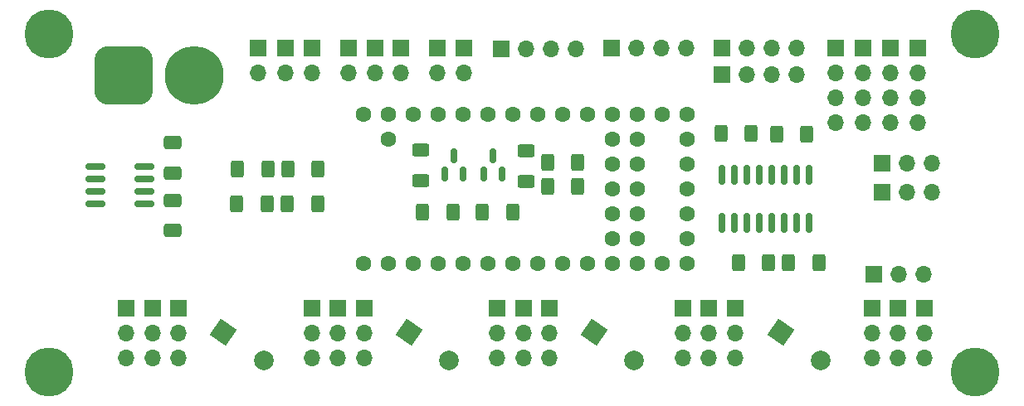
<source format=gbr>
%TF.GenerationSoftware,KiCad,Pcbnew,(6.0.1)*%
%TF.CreationDate,2022-01-24T17:08:06-05:00*%
%TF.ProjectId,zuko-teensy-motor-controller,7a756b6f-2d74-4656-956e-73792d6d6f74,rev?*%
%TF.SameCoordinates,Original*%
%TF.FileFunction,Soldermask,Top*%
%TF.FilePolarity,Negative*%
%FSLAX46Y46*%
G04 Gerber Fmt 4.6, Leading zero omitted, Abs format (unit mm)*
G04 Created by KiCad (PCBNEW (6.0.1)) date 2022-01-24 17:08:06*
%MOMM*%
%LPD*%
G01*
G04 APERTURE LIST*
G04 Aperture macros list*
%AMRoundRect*
0 Rectangle with rounded corners*
0 $1 Rounding radius*
0 $2 $3 $4 $5 $6 $7 $8 $9 X,Y pos of 4 corners*
0 Add a 4 corners polygon primitive as box body*
4,1,4,$2,$3,$4,$5,$6,$7,$8,$9,$2,$3,0*
0 Add four circle primitives for the rounded corners*
1,1,$1+$1,$2,$3*
1,1,$1+$1,$4,$5*
1,1,$1+$1,$6,$7*
1,1,$1+$1,$8,$9*
0 Add four rect primitives between the rounded corners*
20,1,$1+$1,$2,$3,$4,$5,0*
20,1,$1+$1,$4,$5,$6,$7,0*
20,1,$1+$1,$6,$7,$8,$9,0*
20,1,$1+$1,$8,$9,$2,$3,0*%
%AMRotRect*
0 Rectangle, with rotation*
0 The origin of the aperture is its center*
0 $1 length*
0 $2 width*
0 $3 Rotation angle, in degrees counterclockwise*
0 Add horizontal line*
21,1,$1,$2,0,0,$3*%
G04 Aperture macros list end*
%ADD10R,1.700000X1.700000*%
%ADD11O,1.700000X1.700000*%
%ADD12RoundRect,0.150000X0.150000X-0.825000X0.150000X0.825000X-0.150000X0.825000X-0.150000X-0.825000X0*%
%ADD13RoundRect,0.150000X-0.825000X-0.150000X0.825000X-0.150000X0.825000X0.150000X-0.825000X0.150000X0*%
%ADD14RoundRect,1.500000X-1.500000X-1.500000X1.500000X-1.500000X1.500000X1.500000X-1.500000X1.500000X0*%
%ADD15C,6.000000*%
%ADD16C,2.900000*%
%ADD17C,5.000000*%
%ADD18RoundRect,0.250000X0.625000X-0.400000X0.625000X0.400000X-0.625000X0.400000X-0.625000X-0.400000X0*%
%ADD19RoundRect,0.250000X-0.400000X-0.625000X0.400000X-0.625000X0.400000X0.625000X-0.400000X0.625000X0*%
%ADD20RotRect,2.000000X2.000000X325.000000*%
%ADD21C,2.000000*%
%ADD22C,1.600000*%
%ADD23RoundRect,0.250000X-0.650000X0.412500X-0.650000X-0.412500X0.650000X-0.412500X0.650000X0.412500X0*%
%ADD24RoundRect,0.250000X0.400000X0.625000X-0.400000X0.625000X-0.400000X-0.625000X0.400000X-0.625000X0*%
%ADD25RoundRect,0.150000X0.150000X-0.587500X0.150000X0.587500X-0.150000X0.587500X-0.150000X-0.587500X0*%
G04 APERTURE END LIST*
D10*
%TO.C,JP1*%
X149047402Y-67836800D03*
D11*
X151587402Y-67836800D03*
X154127402Y-67836800D03*
%TD*%
D12*
%TO.C,U3*%
X133605000Y-62655000D03*
X134875000Y-62655000D03*
X136145000Y-62655000D03*
X137415000Y-62655000D03*
X138685000Y-62655000D03*
X139955000Y-62655000D03*
X141225000Y-62655000D03*
X142495000Y-62655000D03*
X142495000Y-57705000D03*
X141225000Y-57705000D03*
X139955000Y-57705000D03*
X138685000Y-57705000D03*
X137415000Y-57705000D03*
X136145000Y-57705000D03*
X134875000Y-57705000D03*
X133605000Y-57705000D03*
%TD*%
D13*
%TO.C,U1*%
X69648400Y-56896000D03*
X69648400Y-58166000D03*
X69648400Y-59436000D03*
X69648400Y-60706000D03*
X74598400Y-60706000D03*
X74598400Y-59436000D03*
X74598400Y-58166000D03*
X74598400Y-56896000D03*
%TD*%
D10*
%TO.C,J29*%
X147932000Y-44800000D03*
D11*
X147932000Y-47340000D03*
X147932000Y-49880000D03*
X147932000Y-52420000D03*
%TD*%
D14*
%TO.C,J4*%
X72500000Y-47580200D03*
D15*
X79700000Y-47580200D03*
%TD*%
D16*
%TO.C,REF\u002A\u002A*%
X159414400Y-43351000D03*
D17*
X159414400Y-43351000D03*
%TD*%
D10*
%TO.C,J9*%
X113299929Y-71375000D03*
D11*
X113299929Y-73915000D03*
X113299929Y-76455000D03*
%TD*%
D10*
%TO.C,J33*%
X111018400Y-44813600D03*
D11*
X113558400Y-44813600D03*
X116098400Y-44813600D03*
X118638400Y-44813600D03*
%TD*%
D18*
%TO.C,R12*%
X113591600Y-58392000D03*
X113591600Y-55292000D03*
%TD*%
D10*
%TO.C,J22*%
X154200000Y-71375000D03*
D11*
X154200000Y-73915000D03*
X154200000Y-76455000D03*
%TD*%
D10*
%TO.C,J7*%
X97043929Y-71375000D03*
D11*
X97043929Y-73915000D03*
X97043929Y-76455000D03*
%TD*%
D19*
%TO.C,R10*%
X139120000Y-53600000D03*
X142220000Y-53600000D03*
%TD*%
D20*
%TO.C,C2*%
X82698998Y-73779830D03*
D21*
X86794758Y-76647712D03*
%TD*%
D10*
%TO.C,J15*%
X86256800Y-44780000D03*
D11*
X86256800Y-47320000D03*
%TD*%
D10*
%TO.C,J16*%
X100843000Y-44780000D03*
D11*
X100843000Y-47320000D03*
%TD*%
D19*
%TO.C,R6*%
X115750000Y-56487000D03*
X118850000Y-56487000D03*
%TD*%
%TO.C,R9*%
X133470000Y-53500000D03*
X136570000Y-53500000D03*
%TD*%
D10*
%TO.C,J30*%
X133600000Y-44800000D03*
D11*
X136140000Y-44800000D03*
X138680000Y-44800000D03*
X141220000Y-44800000D03*
%TD*%
D22*
%TO.C,U2*%
X96954602Y-66799400D03*
X99494602Y-66799400D03*
X102034602Y-66799400D03*
X104574602Y-66799400D03*
X107114602Y-66799400D03*
X109654602Y-66799400D03*
X112194602Y-66799400D03*
X114734602Y-66799400D03*
X117274602Y-66799400D03*
X119814602Y-66799400D03*
X122354602Y-66799400D03*
X124894602Y-66799400D03*
X127434602Y-66799400D03*
X129974602Y-66799400D03*
X129974602Y-64259400D03*
X129974602Y-61719400D03*
X129974602Y-59179400D03*
X129974602Y-56639400D03*
X129974602Y-54099400D03*
X129974602Y-51559400D03*
X127434602Y-51559400D03*
X124894602Y-51559400D03*
X122354602Y-51559400D03*
X119814602Y-51559400D03*
X117274602Y-51559400D03*
X114734602Y-51559400D03*
X112194602Y-51559400D03*
X109654602Y-51559400D03*
X107114602Y-51559400D03*
X104574602Y-51559400D03*
X102034602Y-51559400D03*
X99494602Y-51559400D03*
X96954602Y-51559400D03*
X99494602Y-54099400D03*
X124894602Y-54099400D03*
X122354602Y-54099400D03*
X124894602Y-56639400D03*
X122354602Y-56639400D03*
X124894602Y-59179400D03*
X122354602Y-59179400D03*
X124894602Y-61719400D03*
X122354602Y-61719400D03*
X124894602Y-64259400D03*
X122354602Y-64259400D03*
%TD*%
D10*
%TO.C,J31*%
X150726000Y-44800000D03*
D11*
X150726000Y-47340000D03*
X150726000Y-49880000D03*
X150726000Y-52420000D03*
%TD*%
D10*
%TO.C,J6*%
X94376929Y-71375000D03*
D11*
X94376929Y-73915000D03*
X94376929Y-76455000D03*
%TD*%
D10*
%TO.C,J21*%
X89000000Y-44780000D03*
D11*
X89000000Y-47320000D03*
%TD*%
D23*
%TO.C,C6*%
X77500000Y-54437500D03*
X77500000Y-57562500D03*
%TD*%
D10*
%TO.C,J18*%
X151533000Y-71375000D03*
D11*
X151533000Y-73915000D03*
X151533000Y-76455000D03*
%TD*%
D10*
%TO.C,J19*%
X98143000Y-44780000D03*
D11*
X98143000Y-47320000D03*
%TD*%
D10*
%TO.C,J26*%
X149935000Y-56500000D03*
D11*
X152475000Y-56500000D03*
X155015000Y-56500000D03*
%TD*%
D20*
%TO.C,C1*%
X139588934Y-73779830D03*
D21*
X143684694Y-76647712D03*
%TD*%
D24*
%TO.C,R8*%
X138340000Y-66690000D03*
X135240000Y-66690000D03*
%TD*%
D19*
%TO.C,R4*%
X89200000Y-60706000D03*
X92300000Y-60706000D03*
%TD*%
D10*
%TO.C,J2*%
X75453929Y-71375000D03*
D11*
X75453929Y-73915000D03*
X75453929Y-76455000D03*
%TD*%
D18*
%TO.C,R14*%
X102872800Y-58290400D03*
X102872800Y-55190400D03*
%TD*%
D19*
%TO.C,R11*%
X109100000Y-61500000D03*
X112200000Y-61500000D03*
%TD*%
D10*
%TO.C,J12*%
X132222929Y-71375000D03*
D11*
X132222929Y-73915000D03*
X132222929Y-76455000D03*
%TD*%
D10*
%TO.C,J14*%
X95443000Y-44780000D03*
D11*
X95443000Y-47320000D03*
%TD*%
D10*
%TO.C,J23*%
X91743200Y-44780000D03*
D11*
X91743200Y-47320000D03*
%TD*%
D10*
%TO.C,J5*%
X91709929Y-71375000D03*
D11*
X91709929Y-73915000D03*
X91709929Y-76455000D03*
%TD*%
D10*
%TO.C,J25*%
X149920000Y-59500000D03*
D11*
X152460000Y-59500000D03*
X155000000Y-59500000D03*
%TD*%
D10*
%TO.C,J10*%
X115966929Y-71390011D03*
D11*
X115966929Y-73930011D03*
X115966929Y-76470011D03*
%TD*%
D25*
%TO.C,Q2*%
X105275600Y-57625400D03*
X107175600Y-57625400D03*
X106225600Y-55750400D03*
%TD*%
D19*
%TO.C,R2*%
X84067980Y-60706000D03*
X87167980Y-60706000D03*
%TD*%
%TO.C,R13*%
X103002800Y-61550800D03*
X106102800Y-61550800D03*
%TD*%
D16*
%TO.C,REF\u002A\u002A*%
X159414400Y-77851000D03*
D17*
X159414400Y-77851000D03*
%TD*%
D23*
%TO.C,C5*%
X77500000Y-60300000D03*
X77500000Y-63425000D03*
%TD*%
D10*
%TO.C,J27*%
X145138000Y-44800000D03*
D11*
X145138000Y-47340000D03*
X145138000Y-49880000D03*
X145138000Y-52420000D03*
%TD*%
D19*
%TO.C,R1*%
X84120000Y-57150000D03*
X87220000Y-57150000D03*
%TD*%
D10*
%TO.C,J24*%
X122300000Y-44800000D03*
D11*
X124840000Y-44800000D03*
X127380000Y-44800000D03*
X129920000Y-44800000D03*
%TD*%
D10*
%TO.C,J32*%
X153520000Y-44800000D03*
D11*
X153520000Y-47340000D03*
X153520000Y-49880000D03*
X153520000Y-52420000D03*
%TD*%
D10*
%TO.C,J8*%
X110632929Y-71359989D03*
D11*
X110632929Y-73899989D03*
X110632929Y-76439989D03*
%TD*%
D10*
%TO.C,J28*%
X133600000Y-47490000D03*
D11*
X136140000Y-47490000D03*
X138680000Y-47490000D03*
X141220000Y-47490000D03*
%TD*%
D24*
%TO.C,R7*%
X143440000Y-66690000D03*
X140340000Y-66690000D03*
%TD*%
D10*
%TO.C,J1*%
X72786929Y-71375000D03*
D11*
X72786929Y-73915000D03*
X72786929Y-76455000D03*
%TD*%
D10*
%TO.C,J34*%
X107243000Y-44800000D03*
D11*
X107243000Y-47340000D03*
%TD*%
D25*
%TO.C,Q1*%
X109238000Y-57625400D03*
X111138000Y-57625400D03*
X110188000Y-55750400D03*
%TD*%
D10*
%TO.C,J17*%
X148866000Y-71375000D03*
D11*
X148866000Y-73915000D03*
X148866000Y-76455000D03*
%TD*%
D19*
%TO.C,R3*%
X89274980Y-57150000D03*
X92374980Y-57150000D03*
%TD*%
D20*
%TO.C,C4*%
X101621998Y-73788000D03*
D21*
X105717758Y-76655882D03*
%TD*%
D20*
%TO.C,C3*%
X120538934Y-73779830D03*
D21*
X124634694Y-76647712D03*
%TD*%
D16*
%TO.C,REF\u002A\u002A*%
X64897200Y-77851000D03*
D17*
X64897200Y-77851000D03*
%TD*%
D10*
%TO.C,J20*%
X104543000Y-44775000D03*
D11*
X104543000Y-47315000D03*
%TD*%
D10*
%TO.C,J3*%
X78120929Y-71390011D03*
D11*
X78120929Y-73930011D03*
X78120929Y-76470011D03*
%TD*%
D16*
%TO.C,REF\u002A\u002A*%
X64897200Y-43351000D03*
D17*
X64897200Y-43351000D03*
%TD*%
D10*
%TO.C,J11*%
X129555929Y-71375000D03*
D11*
X129555929Y-73915000D03*
X129555929Y-76455000D03*
%TD*%
D19*
%TO.C,R5*%
X115750000Y-58900000D03*
X118850000Y-58900000D03*
%TD*%
D10*
%TO.C,J13*%
X134889929Y-71375000D03*
D11*
X134889929Y-73915000D03*
X134889929Y-76455000D03*
%TD*%
M02*

</source>
